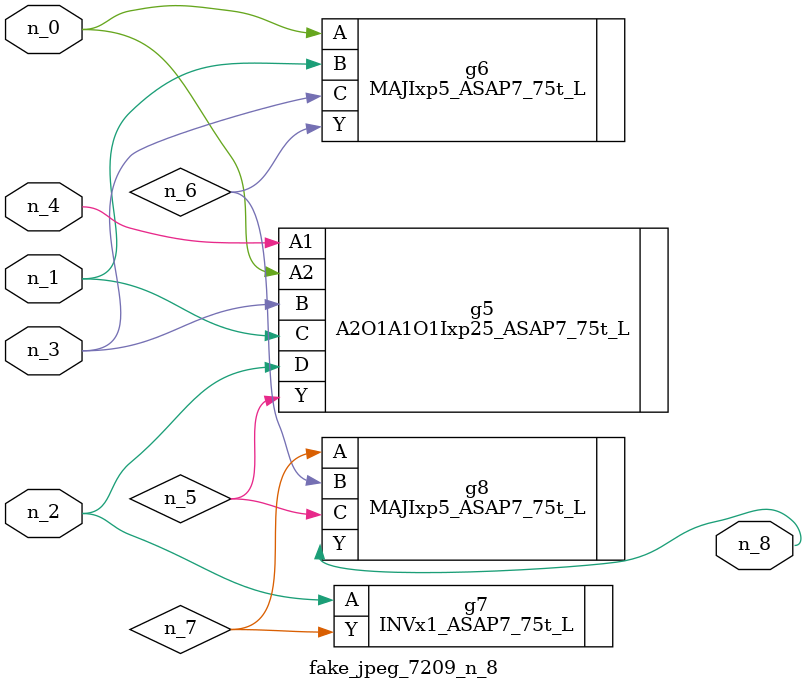
<source format=v>
module fake_jpeg_7209_n_8 (n_3, n_2, n_1, n_0, n_4, n_8);

input n_3;
input n_2;
input n_1;
input n_0;
input n_4;

output n_8;

wire n_6;
wire n_5;
wire n_7;

A2O1A1O1Ixp25_ASAP7_75t_L g5 ( 
.A1(n_4),
.A2(n_0),
.B(n_3),
.C(n_1),
.D(n_2),
.Y(n_5)
);

MAJIxp5_ASAP7_75t_L g6 ( 
.A(n_0),
.B(n_1),
.C(n_3),
.Y(n_6)
);

INVx1_ASAP7_75t_L g7 ( 
.A(n_2),
.Y(n_7)
);

MAJIxp5_ASAP7_75t_L g8 ( 
.A(n_7),
.B(n_6),
.C(n_5),
.Y(n_8)
);


endmodule
</source>
